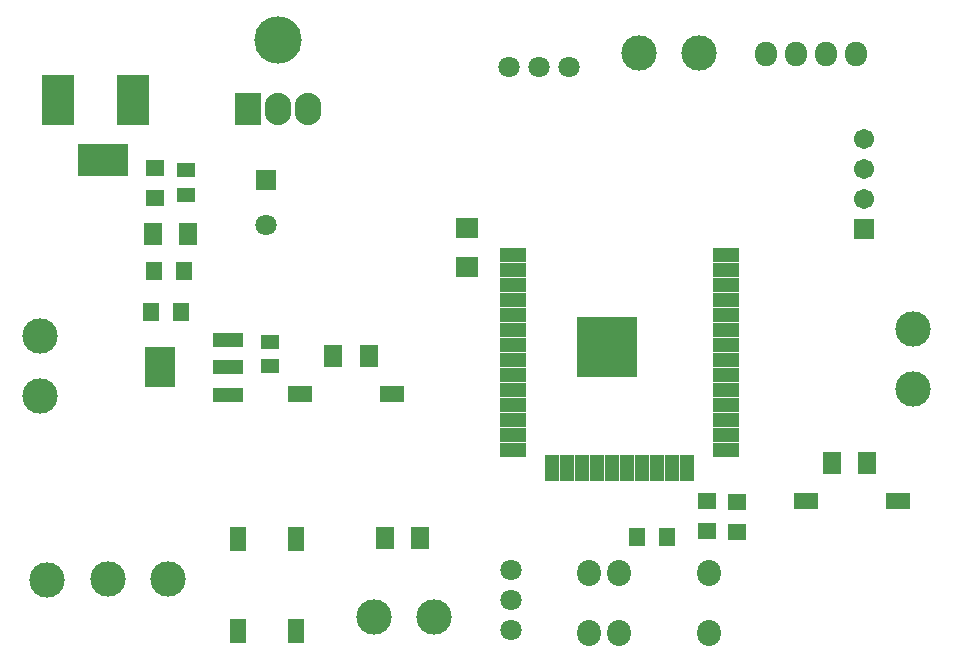
<source format=gts>
G04*
G04 #@! TF.GenerationSoftware,Altium Limited,Altium Designer,21.9.2 (33)*
G04*
G04 Layer_Color=10964583*
%FSTAX24Y24*%
%MOIN*%
G70*
G04*
G04 #@! TF.SameCoordinates,9AA07E9A-BA48-4811-965E-F14F798923DF*
G04*
G04*
G04 #@! TF.FilePolarity,Negative*
G04*
G01*
G75*
%ADD30R,0.0789X0.0552*%
%ADD31R,0.0552X0.0789*%
%ADD32R,0.0867X0.0474*%
%ADD33R,0.2049X0.2049*%
%ADD34R,0.0474X0.0867*%
%ADD35R,0.0730X0.0680*%
%ADD36R,0.1025X0.0474*%
%ADD37R,0.1025X0.1379*%
%ADD38R,0.0552X0.0592*%
%ADD39R,0.0592X0.0730*%
%ADD40R,0.0592X0.0474*%
%ADD41R,0.0592X0.0552*%
%ADD42O,0.0730X0.0830*%
%ADD43C,0.0710*%
%ADD44R,0.0710X0.0710*%
%ADD45C,0.1180*%
%ADD46C,0.1580*%
%ADD47O,0.0880X0.1080*%
%ADD48R,0.0880X0.1080*%
%ADD49R,0.1080X0.1680*%
%ADD50R,0.1680X0.1080*%
%ADD51R,0.0671X0.0671*%
%ADD52C,0.0671*%
%ADD53O,0.0789X0.0867*%
D30*
X041651Y067343D02*
D03*
X038585D02*
D03*
X058508Y063776D02*
D03*
X055442D02*
D03*
D31*
X036496Y062522D02*
D03*
Y059456D02*
D03*
X038425D02*
D03*
Y062522D02*
D03*
D32*
X045679Y070978D02*
D03*
Y070478D02*
D03*
Y071978D02*
D03*
Y071478D02*
D03*
Y069978D02*
D03*
Y068478D02*
D03*
Y068978D02*
D03*
Y069478D02*
D03*
Y065478D02*
D03*
Y065978D02*
D03*
Y066478D02*
D03*
Y066978D02*
D03*
Y067478D02*
D03*
Y067978D02*
D03*
X052766Y065478D02*
D03*
Y065978D02*
D03*
Y066478D02*
D03*
Y066978D02*
D03*
Y067478D02*
D03*
Y067978D02*
D03*
Y068478D02*
D03*
Y068978D02*
D03*
Y069478D02*
D03*
Y069978D02*
D03*
Y070478D02*
D03*
Y070978D02*
D03*
Y071478D02*
D03*
Y071978D02*
D03*
D33*
X048819Y068898D02*
D03*
D34*
X050972Y064887D02*
D03*
X050472D02*
D03*
X049972D02*
D03*
X049472D02*
D03*
X048972D02*
D03*
X048472D02*
D03*
X047972D02*
D03*
X047472D02*
D03*
X046972D02*
D03*
X051472D02*
D03*
D35*
X044134Y071594D02*
D03*
Y072894D02*
D03*
D36*
X036181Y067323D02*
D03*
Y068228D02*
D03*
Y069134D02*
D03*
D37*
X033898Y068228D02*
D03*
D38*
X049803Y062575D02*
D03*
X050803D02*
D03*
X034713Y071457D02*
D03*
X033713D02*
D03*
X033594Y070079D02*
D03*
X034594D02*
D03*
D39*
X05749Y065049D02*
D03*
X056309D02*
D03*
X033661Y072677D02*
D03*
X034843D02*
D03*
X042584Y062559D02*
D03*
X041403D02*
D03*
X040866Y068622D02*
D03*
X039685D02*
D03*
D40*
X034764Y074803D02*
D03*
Y073973D02*
D03*
X037559Y069094D02*
D03*
Y068264D02*
D03*
D41*
X03374Y07487D02*
D03*
Y07387D02*
D03*
X052126Y062768D02*
D03*
Y063768D02*
D03*
X05315Y063728D02*
D03*
Y062728D02*
D03*
D42*
X054112Y078661D02*
D03*
X055122D02*
D03*
X056102D02*
D03*
X057112D02*
D03*
D43*
X037446Y072989D02*
D03*
X045591Y059472D02*
D03*
Y060472D02*
D03*
Y061472D02*
D03*
X047535Y078228D02*
D03*
X046535D02*
D03*
X045535D02*
D03*
D44*
X037446Y074489D02*
D03*
D45*
X032165Y061181D02*
D03*
X034165D02*
D03*
X030139Y061155D02*
D03*
X043024Y059921D02*
D03*
X041024D02*
D03*
X059012Y067503D02*
D03*
Y069503D02*
D03*
X051882Y078701D02*
D03*
X049882D02*
D03*
X029921Y069283D02*
D03*
Y067283D02*
D03*
D46*
X037853Y07916D02*
D03*
D47*
X038853Y07686D02*
D03*
X037853D02*
D03*
D48*
X036853D02*
D03*
D49*
X033022Y077142D02*
D03*
X030522D02*
D03*
D50*
X032022Y075142D02*
D03*
D51*
X057377Y072828D02*
D03*
D52*
Y073828D02*
D03*
Y074828D02*
D03*
Y075828D02*
D03*
D53*
X048193Y05937D02*
D03*
X049193D02*
D03*
X052193D02*
D03*
Y06137D02*
D03*
X049193D02*
D03*
X048193D02*
D03*
M02*

</source>
